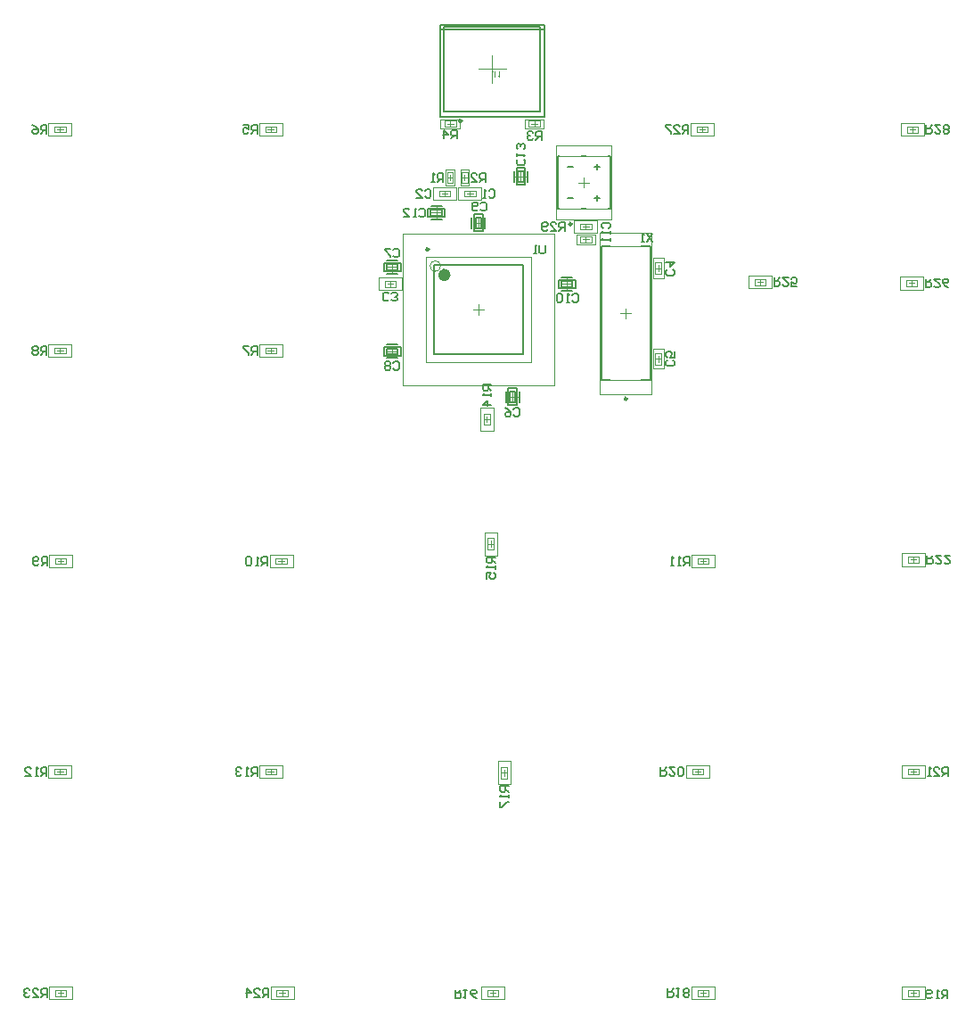
<source format=gbo>
G04*
G04 #@! TF.GenerationSoftware,Altium Limited,Altium Designer,20.2.4 (192)*
G04*
G04 Layer_Color=32896*
%FSLAX25Y25*%
%MOIN*%
G70*
G04*
G04 #@! TF.SameCoordinates,1DD117FB-4894-4434-94E6-58AE3DA5C218*
G04*
G04*
G04 #@! TF.FilePolarity,Positive*
G04*
G01*
G75*
%ADD10C,0.00394*%
%ADD11C,0.00197*%
%ADD12C,0.00787*%
%ADD13C,0.00600*%
%ADD49C,0.00984*%
%ADD50C,0.02362*%
G36*
X205726Y381364D02*
X205526D01*
X205489Y381425D01*
X205450Y381484D01*
X205402Y381542D01*
X205359Y381593D01*
X205315Y381637D01*
X205282Y381673D01*
X205268Y381684D01*
X205257Y381695D01*
X205253Y381698D01*
X205249Y381702D01*
X205173Y381764D01*
X205096Y381822D01*
X205024Y381873D01*
X204951Y381913D01*
X204889Y381950D01*
X204863Y381964D01*
X204842Y381975D01*
X204823Y381986D01*
X204809Y381990D01*
X204802Y381997D01*
X204798D01*
Y382295D01*
X204853Y382274D01*
X204907Y382248D01*
X204962Y382223D01*
X205013Y382197D01*
X205056Y382175D01*
X205093Y382157D01*
X205115Y382142D01*
X205118Y382139D01*
X205122D01*
X205187Y382099D01*
X205246Y382059D01*
X205297Y382022D01*
X205337Y381990D01*
X205373Y381964D01*
X205395Y381942D01*
X205413Y381928D01*
X205417Y381924D01*
Y383893D01*
X205726D01*
Y381364D01*
D02*
G37*
G36*
X203513Y383933D02*
X203586Y383923D01*
X203651Y383908D01*
X203710Y383890D01*
X203757Y383875D01*
X203790Y383861D01*
X203812Y383850D01*
X203819Y383846D01*
X203877Y383810D01*
X203928Y383766D01*
X203968Y383722D01*
X204004Y383682D01*
X204030Y383642D01*
X204048Y383613D01*
X204059Y383591D01*
X204063Y383588D01*
Y383584D01*
X204088Y383511D01*
X204110Y383435D01*
X204124Y383351D01*
X204132Y383271D01*
X204139Y383202D01*
Y383173D01*
X204143Y383143D01*
Y383122D01*
Y383107D01*
Y383096D01*
Y383093D01*
Y381375D01*
X203808D01*
Y383111D01*
Y383187D01*
X203801Y383253D01*
X203797Y383307D01*
X203790Y383351D01*
X203782Y383384D01*
X203779Y383409D01*
X203771Y383424D01*
Y383428D01*
X203757Y383464D01*
X203739Y383493D01*
X203717Y383519D01*
X203699Y383544D01*
X203677Y383559D01*
X203662Y383573D01*
X203651Y383580D01*
X203648Y383584D01*
X203611Y383602D01*
X203575Y383617D01*
X203538Y383624D01*
X203506Y383631D01*
X203473Y383635D01*
X203451Y383639D01*
X203429D01*
X203371Y383635D01*
X203316Y383620D01*
X203273Y383606D01*
X203233Y383584D01*
X203204Y383566D01*
X203182Y383548D01*
X203167Y383537D01*
X203164Y383533D01*
X203145Y383511D01*
X203131Y383486D01*
X203109Y383428D01*
X203087Y383362D01*
X203076Y383296D01*
X203065Y383235D01*
Y383209D01*
X203062Y383187D01*
X203058Y383165D01*
Y383151D01*
Y383143D01*
Y383140D01*
X202756Y383184D01*
Y383253D01*
X202760Y383315D01*
X202770Y383377D01*
X202778Y383431D01*
X202792Y383482D01*
X202807Y383526D01*
X202821Y383569D01*
X202836Y383606D01*
X202854Y383639D01*
X202869Y383668D01*
X202883Y383693D01*
X202898Y383711D01*
X202909Y383726D01*
X202916Y383740D01*
X202920Y383744D01*
X202923Y383748D01*
X202960Y383781D01*
X202996Y383810D01*
X203036Y383835D01*
X203080Y383857D01*
X203164Y383890D01*
X203244Y383912D01*
X203320Y383926D01*
X203349Y383930D01*
X203378Y383933D01*
X203400Y383937D01*
X203433D01*
X203513Y383933D01*
D02*
G37*
D10*
X183465Y311024D02*
G03*
X183465Y311024I-1969J0D01*
G01*
X300959Y306114D02*
X305093D01*
X300959Y303948D02*
X305093D01*
Y306114D01*
X300959Y303948D02*
Y306114D01*
X203306Y205177D02*
Y209311D01*
X201140Y205177D02*
Y209311D01*
Y205177D02*
X203306D01*
X201140Y209311D02*
X203306D01*
X199709Y255790D02*
X201875D01*
X199709Y251656D02*
X201875D01*
X199709D02*
Y255790D01*
X201875Y251656D02*
Y255790D01*
X243504Y318307D02*
X262008D01*
X243504Y268307D02*
X262008D01*
Y318307D01*
X243504Y268307D02*
Y318307D01*
X277658Y120965D02*
X281791D01*
X277658Y123130D02*
X281791D01*
X277658Y120965D02*
Y123130D01*
X281791Y120965D02*
Y123130D01*
X279626Y38287D02*
X283760D01*
X279626Y40453D02*
X283760D01*
X279626Y38287D02*
Y40453D01*
X283760Y38287D02*
Y40453D01*
X200886Y38287D02*
X205020D01*
X200886Y40453D02*
X205020D01*
X200886Y38287D02*
Y40453D01*
X205020Y38287D02*
Y40453D01*
X279232Y361122D02*
X283366D01*
X279232Y363287D02*
X283366D01*
X279232Y361122D02*
Y363287D01*
X283366Y361122D02*
Y363287D01*
X39272Y38287D02*
X43406D01*
X39272Y40453D02*
X43406D01*
X39272Y38287D02*
Y40453D01*
X43406Y38287D02*
Y40453D01*
X39075Y120965D02*
X43209D01*
X39075Y123130D02*
X43209D01*
X39075Y120965D02*
Y123130D01*
X43209Y120965D02*
Y123130D01*
X121752Y199705D02*
X125886D01*
X121752Y201870D02*
X125886D01*
X121752Y199705D02*
Y201870D01*
X125886Y199705D02*
Y201870D01*
X39075Y278445D02*
X43209D01*
X39075Y280610D02*
X43209D01*
X39075Y278445D02*
Y280610D01*
X43209Y278445D02*
Y280610D01*
X117815Y361122D02*
X121949D01*
X117815Y363287D02*
X121949D01*
X117815Y361122D02*
Y363287D01*
X121949Y361122D02*
Y363287D01*
X216339Y362992D02*
Y365354D01*
X220669Y362992D02*
Y365354D01*
X216339Y362992D02*
X220669D01*
X216339Y365354D02*
X220669D01*
X263779Y278543D02*
X266142D01*
X263779Y274213D02*
X266142D01*
X263779D02*
Y278543D01*
X266142Y274213D02*
Y278543D01*
X235728Y319941D02*
X239862D01*
X235728Y322106D02*
X239862D01*
X235728Y319941D02*
Y322106D01*
X239862Y319941D02*
Y322106D01*
X185886Y341988D02*
X188051D01*
X185886Y346122D02*
X188051D01*
Y341988D02*
Y346122D01*
X185886Y341988D02*
Y346122D01*
X235728Y326831D02*
X239862D01*
X235728Y324665D02*
X239862D01*
Y326831D01*
X235728Y324665D02*
Y326831D01*
X182933Y337067D02*
X187067D01*
X182933Y339232D02*
X187067D01*
X182933Y337067D02*
Y339232D01*
X187067Y337067D02*
Y339232D01*
X177953Y314567D02*
X217323D01*
X177953Y275197D02*
X217323D01*
X177953D02*
Y314567D01*
X217323Y275197D02*
Y314567D01*
X227165Y332441D02*
X246850D01*
X227165Y352126D02*
X246850D01*
Y332441D02*
Y352126D01*
X227165Y332441D02*
Y352126D01*
X358169Y123130D02*
X362303D01*
X358169Y120965D02*
X362303D01*
Y123130D01*
X358169Y120965D02*
Y123130D01*
Y40453D02*
X362303D01*
X358169Y38287D02*
X362303D01*
Y40453D01*
X358169Y38287D02*
Y40453D01*
X357893Y363115D02*
X362027D01*
X357893Y360949D02*
X362027D01*
Y363115D01*
X357893Y360949D02*
Y363115D01*
X357601Y305737D02*
X361735D01*
X357601Y303571D02*
X361735D01*
Y305737D01*
X357601Y303571D02*
Y305737D01*
X208307Y119622D02*
Y123756D01*
X206142Y119622D02*
Y123756D01*
Y119622D02*
X208307D01*
X206142Y123756D02*
X208307D01*
X122146Y38287D02*
X126279D01*
X122146Y40453D02*
X126279D01*
X122146Y38287D02*
Y40453D01*
X126279Y38287D02*
Y40453D01*
X117815Y120965D02*
X121949D01*
X117815Y123130D02*
X121949D01*
X117815Y120965D02*
Y123130D01*
X121949Y120965D02*
Y123130D01*
X39272Y199705D02*
X43406D01*
X39272Y201870D02*
X43406D01*
X39272Y199705D02*
Y201870D01*
X43406Y199705D02*
Y201870D01*
X117815Y278445D02*
X121949D01*
X117815Y280610D02*
X121949D01*
X117815Y278445D02*
Y280610D01*
X121949Y278445D02*
Y280610D01*
X39075Y361122D02*
X43209D01*
X39075Y363287D02*
X43209D01*
X39075Y361122D02*
Y363287D01*
X43209Y361122D02*
Y363287D01*
X279626Y199705D02*
X283760D01*
X279626Y201870D02*
X283760D01*
X279626Y199705D02*
Y201870D01*
X283760Y199705D02*
Y201870D01*
X189173Y362992D02*
Y365354D01*
X184843Y362992D02*
Y365354D01*
X189173D01*
X184843Y362992D02*
X189173D01*
X162500Y303248D02*
Y305413D01*
X166634Y303248D02*
Y305413D01*
X162500Y303248D02*
X166634D01*
X162500Y305413D02*
X166634D01*
X191398Y341988D02*
Y346122D01*
X193563Y341988D02*
Y346122D01*
X191398D02*
X193563D01*
X191398Y341988D02*
X193563D01*
X263779Y308071D02*
X266142D01*
X263779Y312402D02*
X266142D01*
Y308071D02*
Y312402D01*
X263779Y308071D02*
Y312402D01*
X358210Y200215D02*
Y202381D01*
X362343Y200215D02*
Y202381D01*
X358210Y200215D02*
X362343D01*
X358210Y202381D02*
X362343D01*
X192382Y337067D02*
X196516D01*
X192382Y339232D02*
X196516D01*
X192382Y337067D02*
Y339232D01*
X196516Y337067D02*
Y339232D01*
X252756Y291339D02*
Y295276D01*
X250787Y293307D02*
X254724D01*
X217323Y364173D02*
X219685D01*
X218504Y362992D02*
Y365354D01*
X264961Y275197D02*
Y277559D01*
X263779Y276378D02*
X266142D01*
X237795Y319941D02*
Y322106D01*
X236713Y321024D02*
X238878D01*
X186969Y342972D02*
Y345138D01*
X185886Y344055D02*
X188051D01*
X237795Y324665D02*
Y326831D01*
X236713Y325748D02*
X238878D01*
X185000Y337067D02*
Y339232D01*
X183917Y338150D02*
X186083D01*
X197638Y292913D02*
Y296850D01*
X195669Y294882D02*
X199606D01*
X235039Y342284D02*
X238976D01*
X237008Y340315D02*
Y344252D01*
X185827Y364173D02*
X188189D01*
X187008Y362992D02*
Y365354D01*
X163484Y304331D02*
X165650D01*
X164567Y303248D02*
Y305413D01*
X191398Y344055D02*
X193563D01*
X192480Y342972D02*
Y345138D01*
X264961Y309055D02*
Y311417D01*
X263779Y310236D02*
X266142D01*
X194449Y337067D02*
Y339232D01*
X193366Y338150D02*
X195531D01*
X197642Y384646D02*
X207870D01*
X202756Y379532D02*
Y389760D01*
X211446Y344529D02*
X215384D01*
X213415Y342561D02*
Y346498D01*
X181876Y329050D02*
Y332987D01*
X179907Y331019D02*
X183844D01*
X197638Y325197D02*
Y329134D01*
X195669Y327165D02*
X199606D01*
X163386Y310630D02*
X167323D01*
X165354Y308661D02*
Y312598D01*
X228740Y304331D02*
X232677D01*
X230709Y302362D02*
Y306299D01*
X163386Y279134D02*
X167323D01*
X165354Y277165D02*
Y281102D01*
X210386Y260189D02*
Y264126D01*
X208418Y262158D02*
X212354D01*
D11*
X303026Y303948D02*
Y306114D01*
X301943Y305031D02*
X304108D01*
X298695Y307393D02*
X307356D01*
X298695Y302669D02*
X307356D01*
Y307393D01*
X298695Y302669D02*
Y307393D01*
X201140Y207244D02*
X203306D01*
X202223Y206161D02*
Y208326D01*
X204585Y202913D02*
Y211574D01*
X199861Y202913D02*
Y211574D01*
Y202913D02*
X204585D01*
X199861Y211574D02*
X204585D01*
X198430Y258054D02*
X203154D01*
X198430Y249392D02*
X203154D01*
X198430D02*
Y258054D01*
X203154Y249392D02*
Y258054D01*
X200792Y252640D02*
Y254806D01*
X199709Y253723D02*
X201875D01*
X243110Y263189D02*
Y323425D01*
X262402Y263189D02*
Y323425D01*
X243110Y263189D02*
X262402D01*
X243110Y323425D02*
X262402D01*
X279724Y120965D02*
Y123130D01*
X278642Y122047D02*
X280807D01*
X275394Y119685D02*
X284055D01*
X275394Y124409D02*
X284055D01*
X275394Y119685D02*
Y124409D01*
X284055Y119685D02*
Y124409D01*
X281693Y38287D02*
Y40453D01*
X280610Y39370D02*
X282776D01*
X277362Y37008D02*
X286024D01*
X277362Y41732D02*
X286024D01*
X277362Y37008D02*
Y41732D01*
X286024Y37008D02*
Y41732D01*
X202953Y38287D02*
Y40453D01*
X201870Y39370D02*
X204035D01*
X198622Y37008D02*
X207283D01*
X198622Y41732D02*
X207283D01*
X198622Y37008D02*
Y41732D01*
X207283Y37008D02*
Y41732D01*
X281299Y361122D02*
Y363287D01*
X280217Y362205D02*
X282382D01*
X276969Y359842D02*
X285630D01*
X276969Y364567D02*
X285630D01*
X276969Y359842D02*
Y364567D01*
X285630Y359842D02*
Y364567D01*
X41339Y38287D02*
Y40453D01*
X40256Y39370D02*
X42421D01*
X37008Y37008D02*
X45669D01*
X37008Y41732D02*
X45669D01*
X37008Y37008D02*
Y41732D01*
X45669Y37008D02*
Y41732D01*
X41142Y120965D02*
Y123130D01*
X40059Y122047D02*
X42224D01*
X36811Y119685D02*
X45472D01*
X36811Y124409D02*
X45472D01*
X36811Y119685D02*
Y124409D01*
X45472Y119685D02*
Y124409D01*
X123819Y199705D02*
Y201870D01*
X122736Y200787D02*
X124902D01*
X119488Y198425D02*
X128150D01*
X119488Y203150D02*
X128150D01*
X119488Y198425D02*
Y203150D01*
X128150Y198425D02*
Y203150D01*
X41142Y278445D02*
Y280610D01*
X40059Y279528D02*
X42224D01*
X36811Y277165D02*
X45472D01*
X36811Y281890D02*
X45472D01*
X36811Y277165D02*
Y281890D01*
X45472Y277165D02*
Y281890D01*
X119882Y361122D02*
Y363287D01*
X118799Y362205D02*
X120965D01*
X115551Y359842D02*
X124213D01*
X115551Y364567D02*
X124213D01*
X115551Y359842D02*
Y364567D01*
X124213Y359842D02*
Y364567D01*
X214961Y362402D02*
Y365945D01*
X222047Y362402D02*
Y365945D01*
X214961Y362402D02*
X222047D01*
X214961Y365945D02*
X222047D01*
X262992Y280118D02*
X266929D01*
X262992Y272638D02*
X266929D01*
X262992D02*
Y280118D01*
X266929Y272638D02*
Y280118D01*
X234252Y319252D02*
X241339D01*
X234252Y322795D02*
X241339D01*
X234252Y319252D02*
Y322795D01*
X241339Y319252D02*
Y322795D01*
X185394Y341102D02*
X188543D01*
X185394Y347008D02*
X188543D01*
Y341102D02*
Y347008D01*
X185394Y341102D02*
Y347008D01*
X233465Y328110D02*
X242126D01*
X233465Y323386D02*
X242126D01*
Y328110D01*
X233465Y323386D02*
Y328110D01*
X180669Y335787D02*
X189331D01*
X180669Y340512D02*
X189331D01*
X180669Y335787D02*
Y340512D01*
X189331Y335787D02*
Y340512D01*
X169291Y323228D02*
X225984D01*
X169291Y266535D02*
X225984D01*
X169291D02*
Y323228D01*
X225984Y266535D02*
Y323228D01*
X226772Y328563D02*
X247244D01*
X226772D02*
Y356004D01*
X247244Y328563D02*
Y356004D01*
X226772D02*
X247244D01*
X360236Y120965D02*
Y123130D01*
X359154Y122047D02*
X361319D01*
X355906Y124409D02*
X364567D01*
X355906Y119685D02*
X364567D01*
Y124409D01*
X355906Y119685D02*
Y124409D01*
X360236Y38287D02*
Y40453D01*
X359154Y39370D02*
X361319D01*
X355906Y41732D02*
X364567D01*
X355906Y37008D02*
X364567D01*
Y41732D01*
X355906Y37008D02*
Y41732D01*
X359960Y360949D02*
Y363115D01*
X358877Y362032D02*
X361043D01*
X355629Y364394D02*
X364291D01*
X355629Y359670D02*
X364291D01*
Y364394D01*
X355629Y359670D02*
Y364394D01*
X359668Y303571D02*
Y305737D01*
X358585Y304654D02*
X360751D01*
X355337Y307016D02*
X363999D01*
X355337Y302292D02*
X363999D01*
Y307016D01*
X355337Y302292D02*
Y307016D01*
X206142Y121689D02*
X208307D01*
X207224Y120606D02*
Y122772D01*
X209587Y117358D02*
Y126020D01*
X204862Y117358D02*
Y126020D01*
Y117358D02*
X209587D01*
X204862Y126020D02*
X209587D01*
X124213Y38287D02*
Y40453D01*
X123130Y39370D02*
X125295D01*
X119882Y37008D02*
X128543D01*
X119882Y41732D02*
X128543D01*
X119882Y37008D02*
Y41732D01*
X128543Y37008D02*
Y41732D01*
X119882Y120965D02*
Y123130D01*
X118799Y122047D02*
X120965D01*
X115551Y119685D02*
X124213D01*
X115551Y124409D02*
X124213D01*
X115551Y119685D02*
Y124409D01*
X124213Y119685D02*
Y124409D01*
X41339Y199705D02*
Y201870D01*
X40256Y200787D02*
X42421D01*
X37008Y198425D02*
X45669D01*
X37008Y203150D02*
X45669D01*
X37008Y198425D02*
Y203150D01*
X45669Y198425D02*
Y203150D01*
X119882Y278445D02*
Y280610D01*
X118799Y279528D02*
X120965D01*
X115551Y277165D02*
X124213D01*
X115551Y281890D02*
X124213D01*
X115551Y277165D02*
Y281890D01*
X124213Y277165D02*
Y281890D01*
X41142Y361122D02*
Y363287D01*
X40059Y362205D02*
X42224D01*
X36811Y359842D02*
X45472D01*
X36811Y364567D02*
X45472D01*
X36811Y359842D02*
Y364567D01*
X45472Y359842D02*
Y364567D01*
X281693Y199705D02*
Y201870D01*
X280610Y200787D02*
X282776D01*
X277362Y198425D02*
X286024D01*
X277362Y203150D02*
X286024D01*
X277362Y198425D02*
Y203150D01*
X286024Y198425D02*
Y203150D01*
X190551Y362402D02*
Y365945D01*
X183465Y362402D02*
Y365945D01*
X190551D01*
X183465Y362402D02*
X190551D01*
X160236Y301969D02*
Y306693D01*
X168898Y301969D02*
Y306693D01*
X160236Y301969D02*
X168898D01*
X160236Y306693D02*
X168898D01*
X190905Y341102D02*
Y347008D01*
X194055Y341102D02*
Y347008D01*
X190905D02*
X194055D01*
X190905Y341102D02*
X194055D01*
X262992Y306496D02*
X266929D01*
X262992Y313976D02*
X266929D01*
Y306496D02*
Y313976D01*
X262992Y306496D02*
Y313976D01*
X355946Y198936D02*
Y203660D01*
X364607Y198936D02*
Y203660D01*
X355946Y198936D02*
X364607D01*
X355946Y203660D02*
X364607D01*
X359194Y201298D02*
X361359D01*
X360277Y200215D02*
Y202381D01*
X190118Y335787D02*
X198779D01*
X190118Y340512D02*
X198779D01*
X190118Y335787D02*
Y340512D01*
X198779Y335787D02*
Y340512D01*
D12*
X184764Y377165D02*
Y385827D01*
X220748Y377165D02*
Y385827D01*
X210915Y342561D02*
Y346498D01*
X215915Y342561D02*
Y346498D01*
X179907Y328519D02*
X183844D01*
X179907Y333519D02*
X183844D01*
X258465Y268307D02*
X262008D01*
X243504D02*
X247047D01*
X243504Y318307D02*
X247047D01*
X258465D02*
X262008D01*
X243504Y268307D02*
Y318307D01*
X262008Y268307D02*
Y318307D01*
X200138Y325197D02*
Y329134D01*
X195138Y325197D02*
Y329134D01*
X163386Y313130D02*
X167323D01*
X163386Y308130D02*
X167323D01*
X180905Y311614D02*
X214370D01*
X180905Y278150D02*
X214370D01*
X180905D02*
Y311614D01*
X214370Y278150D02*
Y311614D01*
X227165Y332441D02*
X227933D01*
X227165D02*
Y352126D01*
X227933D01*
X246083D02*
X246850D01*
Y332441D02*
Y352126D01*
X246083Y332441D02*
X246850D01*
X236083D02*
X237933D01*
X236083Y352126D02*
X237933D01*
X231083Y336457D02*
X232933D01*
X241083D02*
X242933D01*
X242008Y335531D02*
Y337382D01*
Y347185D02*
Y349035D01*
X241083Y348110D02*
X242933D01*
X231083D02*
X232933D01*
X228740Y301831D02*
X232677D01*
X228740Y306831D02*
X232677D01*
X163386Y281634D02*
X167323D01*
X163386Y276634D02*
X167323D01*
X207886Y260189D02*
Y264126D01*
X212886Y260189D02*
Y264126D01*
X183189Y366890D02*
X222323D01*
Y400984D01*
X183189D02*
X222323D01*
X183189Y366890D02*
Y400984D01*
X211840Y341380D02*
X214990D01*
X211840D02*
Y347679D01*
X214990D01*
Y341380D02*
Y347679D01*
X185025Y329444D02*
Y332594D01*
X178726Y329444D02*
X185025D01*
X178726D02*
Y332594D01*
X185025D01*
X199213Y324016D02*
Y330315D01*
X196063D02*
X199213D01*
X196063Y324016D02*
Y330315D01*
Y324016D02*
X199213D01*
X162205Y312205D02*
X168504D01*
X162205Y309055D02*
Y312205D01*
Y309055D02*
X168504D01*
Y312205D01*
X227559Y302756D02*
X233858D01*
Y305906D01*
X227559D02*
X233858D01*
X227559Y302756D02*
Y305906D01*
X162205Y280709D02*
X168504D01*
X162205Y277559D02*
Y280709D01*
Y277559D02*
X168504D01*
Y280709D01*
X208811Y259008D02*
Y265307D01*
Y259008D02*
X211961D01*
Y265307D01*
X208811D02*
X211961D01*
X183189Y366890D02*
X222323D01*
Y400984D01*
X183189D02*
X222323D01*
X183189Y366890D02*
Y400984D01*
X211840Y341380D02*
X214990D01*
X211840D02*
Y347679D01*
X214990D01*
Y341380D02*
Y347679D01*
X185025Y329444D02*
Y332594D01*
X178726Y329444D02*
X185025D01*
X178726D02*
Y332594D01*
X185025D01*
X199213Y324016D02*
Y330315D01*
X196063D02*
X199213D01*
X196063Y324016D02*
Y330315D01*
Y324016D02*
X199213D01*
X162205Y312205D02*
X168504D01*
X162205Y309055D02*
Y312205D01*
Y309055D02*
X168504D01*
Y312205D01*
X227559Y302756D02*
X233858D01*
Y305906D01*
X227559D02*
X233858D01*
X227559Y302756D02*
Y305906D01*
X162205Y280709D02*
X168504D01*
X162205Y277559D02*
Y280709D01*
Y277559D02*
X168504D01*
Y280709D01*
X208811Y259008D02*
Y265307D01*
Y259008D02*
X211961D01*
Y265307D01*
X208811D02*
X211961D01*
X184764Y368701D02*
X220748D01*
Y400591D01*
X184764D02*
X220748D01*
X184764Y368701D02*
Y400591D01*
X183189Y399488D02*
X222323D01*
X212332Y342462D02*
X214498D01*
X212332D02*
Y346596D01*
X214498D01*
Y342462D02*
Y346596D01*
X183943Y329936D02*
Y332102D01*
X179809Y329936D02*
X183943D01*
X179809D02*
Y332102D01*
X183943D01*
X198721Y325098D02*
Y329232D01*
X196555D02*
X198721D01*
X196555Y325098D02*
Y329232D01*
Y325098D02*
X198721D01*
X163287Y311713D02*
X167421D01*
X163287Y309547D02*
Y311713D01*
Y309547D02*
X167421D01*
Y311713D01*
X228642Y303248D02*
X232776D01*
Y305413D01*
X228642D02*
X232776D01*
X228642Y303248D02*
Y305413D01*
X163287Y280217D02*
X167421D01*
X163287Y278051D02*
Y280217D01*
Y278051D02*
X167421D01*
Y280217D01*
X209303Y260091D02*
Y264225D01*
Y260091D02*
X211469D01*
Y264225D01*
X209303D02*
X211469D01*
D13*
X262763Y323253D02*
X260630Y320054D01*
Y323253D02*
X262763Y320054D01*
X259564D02*
X258497D01*
X259030D01*
Y323253D01*
X259564Y322720D01*
X214481Y350931D02*
X215015Y350398D01*
Y349332D01*
X214481Y348798D01*
X212349D01*
X211816Y349332D01*
Y350398D01*
X212349Y350931D01*
X211816Y351997D02*
Y353064D01*
Y352531D01*
X215015D01*
X214481Y351997D01*
Y354663D02*
X215015Y355196D01*
Y356263D01*
X214481Y356796D01*
X213948D01*
X213415Y356263D01*
Y355730D01*
Y356263D01*
X212882Y356796D01*
X212349D01*
X211816Y356263D01*
Y355196D01*
X212349Y354663D01*
X175474Y332085D02*
X176007Y332618D01*
X177074D01*
X177607Y332085D01*
Y329953D01*
X177074Y329419D01*
X176007D01*
X175474Y329953D01*
X174408Y329419D02*
X173341D01*
X173874D01*
Y332618D01*
X174408Y332085D01*
X169609Y329419D02*
X171742D01*
X169609Y331552D01*
Y332085D01*
X170142Y332618D01*
X171209D01*
X171742Y332085D01*
X222605Y318922D02*
Y316256D01*
X222072Y315723D01*
X221006D01*
X220472Y316256D01*
Y318922D01*
X219406Y315723D02*
X218340D01*
X218873D01*
Y318922D01*
X219406Y318389D01*
X229908Y324238D02*
Y327437D01*
X228308D01*
X227775Y326904D01*
Y325837D01*
X228308Y325304D01*
X229908D01*
X228841D02*
X227775Y324238D01*
X224576D02*
X226709D01*
X224576Y326371D01*
Y326904D01*
X225109Y327437D01*
X226176D01*
X226709Y326904D01*
X223510Y324771D02*
X222977Y324238D01*
X221910D01*
X221377Y324771D01*
Y326904D01*
X221910Y327437D01*
X222977D01*
X223510Y326904D01*
Y326371D01*
X222977Y325837D01*
X221377D01*
X365143Y363631D02*
Y360432D01*
X366743D01*
X367276Y360966D01*
Y362032D01*
X366743Y362565D01*
X365143D01*
X366210D02*
X367276Y363631D01*
X370475D02*
X368342D01*
X370475Y361499D01*
Y360966D01*
X369942Y360432D01*
X368876D01*
X368342Y360966D01*
X371541D02*
X372075Y360432D01*
X373141D01*
X373674Y360966D01*
Y361499D01*
X373141Y362032D01*
X373674Y362565D01*
Y363098D01*
X373141Y363631D01*
X372075D01*
X371541Y363098D01*
Y362565D01*
X372075Y362032D01*
X371541Y361499D01*
Y360966D01*
X372075Y362032D02*
X373141D01*
X276116Y360605D02*
Y363804D01*
X274516D01*
X273983Y363271D01*
Y362205D01*
X274516Y361672D01*
X276116D01*
X275049D02*
X273983Y360605D01*
X270784D02*
X272917D01*
X270784Y362738D01*
Y363271D01*
X271317Y363804D01*
X272384D01*
X272917Y363271D01*
X269718Y363804D02*
X267585D01*
Y363271D01*
X269718Y361138D01*
Y360605D01*
X364852Y306253D02*
Y303054D01*
X366451D01*
X366984Y303588D01*
Y304654D01*
X366451Y305187D01*
X364852D01*
X365918D02*
X366984Y306253D01*
X370183D02*
X368051D01*
X370183Y304121D01*
Y303588D01*
X369650Y303054D01*
X368584D01*
X368051Y303588D01*
X373382Y303054D02*
X372316Y303588D01*
X371250Y304654D01*
Y305720D01*
X371783Y306253D01*
X372849D01*
X373382Y305720D01*
Y305187D01*
X372849Y304654D01*
X371250D01*
X308209Y306630D02*
Y303432D01*
X309809D01*
X310342Y303965D01*
Y305031D01*
X309809Y305564D01*
X308209D01*
X309276D02*
X310342Y306630D01*
X313541D02*
X311408D01*
X313541Y304498D01*
Y303965D01*
X313008Y303432D01*
X311941D01*
X311408Y303965D01*
X316740Y303432D02*
X314607D01*
Y305031D01*
X315673Y304498D01*
X316207D01*
X316740Y305031D01*
Y306097D01*
X316207Y306630D01*
X315140D01*
X314607Y306097D01*
X119029Y37771D02*
Y40970D01*
X117430D01*
X116896Y40436D01*
Y39370D01*
X117430Y38837D01*
X119029D01*
X117963D02*
X116896Y37771D01*
X113698D02*
X115830D01*
X113698Y39903D01*
Y40436D01*
X114231Y40970D01*
X115297D01*
X115830Y40436D01*
X111032Y37771D02*
Y40970D01*
X112631Y39370D01*
X110498D01*
X36155Y37771D02*
Y40970D01*
X34556D01*
X34022Y40436D01*
Y39370D01*
X34556Y38837D01*
X36155D01*
X35089D02*
X34022Y37771D01*
X30823D02*
X32956D01*
X30823Y39903D01*
Y40436D01*
X31357Y40970D01*
X32423D01*
X32956Y40436D01*
X29757D02*
X29224Y40970D01*
X28158D01*
X27624Y40436D01*
Y39903D01*
X28158Y39370D01*
X28691D01*
X28158D01*
X27624Y38837D01*
Y38304D01*
X28158Y37771D01*
X29224D01*
X29757Y38304D01*
X365460Y202898D02*
Y199699D01*
X367059D01*
X367593Y200232D01*
Y201298D01*
X367059Y201831D01*
X365460D01*
X366526D02*
X367593Y202898D01*
X370792D02*
X368659D01*
X370792Y200765D01*
Y200232D01*
X370258Y199699D01*
X369192D01*
X368659Y200232D01*
X373991Y202898D02*
X371858D01*
X373991Y200765D01*
Y200232D01*
X373457Y199699D01*
X372391D01*
X371858Y200232D01*
X373220Y120448D02*
Y123647D01*
X371621D01*
X371088Y123114D01*
Y122047D01*
X371621Y121514D01*
X373220D01*
X372154D02*
X371088Y120448D01*
X367889D02*
X370021D01*
X367889Y122580D01*
Y123114D01*
X368422Y123647D01*
X369488D01*
X370021Y123114D01*
X366822Y120448D02*
X365756D01*
X366289D01*
Y123647D01*
X366822Y123114D01*
X265813Y123647D02*
Y120448D01*
X267413D01*
X267946Y120981D01*
Y122047D01*
X267413Y122580D01*
X265813D01*
X266880D02*
X267946Y123647D01*
X271145D02*
X269012D01*
X271145Y121514D01*
Y120981D01*
X270612Y120448D01*
X269546D01*
X269012Y120981D01*
X272211D02*
X272745Y120448D01*
X273811D01*
X274344Y120981D01*
Y123114D01*
X273811Y123647D01*
X272745D01*
X272211Y123114D01*
Y120981D01*
X373093Y37377D02*
Y40576D01*
X371494D01*
X370961Y40043D01*
Y38976D01*
X371494Y38443D01*
X373093D01*
X372027D02*
X370961Y37377D01*
X369894D02*
X368828D01*
X369361D01*
Y40576D01*
X369894Y40043D01*
X367228Y37910D02*
X366695Y37377D01*
X365629D01*
X365096Y37910D01*
Y40043D01*
X365629Y40576D01*
X366695D01*
X367228Y40043D01*
Y39509D01*
X366695Y38976D01*
X365096D01*
X268442Y40970D02*
Y37771D01*
X270042D01*
X270575Y38304D01*
Y39370D01*
X270042Y39903D01*
X268442D01*
X269509D02*
X270575Y40970D01*
X271641D02*
X272708D01*
X272174D01*
Y37771D01*
X271641Y38304D01*
X274307D02*
X274840Y37771D01*
X275906D01*
X276440Y38304D01*
Y38837D01*
X275906Y39370D01*
X276440Y39903D01*
Y40436D01*
X275906Y40970D01*
X274840D01*
X274307Y40436D01*
Y39903D01*
X274840Y39370D01*
X274307Y38837D01*
Y38304D01*
X274840Y39370D02*
X275906D01*
X208824Y116633D02*
X205625D01*
Y115033D01*
X206158Y114500D01*
X207224D01*
X207757Y115033D01*
Y116633D01*
Y115566D02*
X208824Y114500D01*
Y113434D02*
Y112367D01*
Y112900D01*
X205625D01*
X206158Y113434D01*
X205625Y110768D02*
Y108635D01*
X206158D01*
X208291Y110768D01*
X208824D01*
X188915Y40576D02*
Y37377D01*
X190514D01*
X191047Y37910D01*
Y38976D01*
X190514Y39509D01*
X188915D01*
X189981D02*
X191047Y40576D01*
X192114D02*
X193180D01*
X192647D01*
Y37377D01*
X192114Y37910D01*
X196912Y37377D02*
X195846Y37910D01*
X194780Y38976D01*
Y40043D01*
X195313Y40576D01*
X196379D01*
X196912Y40043D01*
Y39509D01*
X196379Y38976D01*
X194780D01*
X203822Y202187D02*
X200623D01*
Y200588D01*
X201157Y200055D01*
X202223D01*
X202756Y200588D01*
Y202187D01*
Y201121D02*
X203822Y200055D01*
Y198988D02*
Y197922D01*
Y198455D01*
X200623D01*
X201157Y198988D01*
X200623Y194190D02*
Y196322D01*
X202223D01*
X201690Y195256D01*
Y194723D01*
X202223Y194190D01*
X203289D01*
X203822Y194723D01*
Y195789D01*
X203289Y196322D01*
X202424Y266637D02*
X199225D01*
Y265038D01*
X199759Y264505D01*
X200825D01*
X201358Y265038D01*
Y266637D01*
Y265571D02*
X202424Y264505D01*
Y263438D02*
Y262372D01*
Y262905D01*
X199225D01*
X199759Y263438D01*
X202424Y259173D02*
X199225D01*
X200825Y260772D01*
Y258640D01*
X114825Y120448D02*
Y123647D01*
X113226D01*
X112693Y123114D01*
Y122047D01*
X113226Y121514D01*
X114825D01*
X113759D02*
X112693Y120448D01*
X111627D02*
X110560D01*
X111093D01*
Y123647D01*
X111627Y123114D01*
X108961D02*
X108428Y123647D01*
X107361D01*
X106828Y123114D01*
Y122580D01*
X107361Y122047D01*
X107894D01*
X107361D01*
X106828Y121514D01*
Y120981D01*
X107361Y120448D01*
X108428D01*
X108961Y120981D01*
X36085Y120448D02*
Y123647D01*
X34486D01*
X33953Y123114D01*
Y122047D01*
X34486Y121514D01*
X36085D01*
X35019D02*
X33953Y120448D01*
X32886D02*
X31820D01*
X32353D01*
Y123647D01*
X32886Y123114D01*
X28088Y120448D02*
X30220D01*
X28088Y122580D01*
Y123114D01*
X28621Y123647D01*
X29687D01*
X30220Y123114D01*
X276497Y199188D02*
Y202387D01*
X274898D01*
X274364Y201854D01*
Y200787D01*
X274898Y200254D01*
X276497D01*
X275431D02*
X274364Y199188D01*
X273298D02*
X272232D01*
X272765D01*
Y202387D01*
X273298Y201854D01*
X270632Y199188D02*
X269566D01*
X270099D01*
Y202387D01*
X270632Y201854D01*
X118566Y199188D02*
Y202387D01*
X116966D01*
X116433Y201854D01*
Y200787D01*
X116966Y200254D01*
X118566D01*
X117499D02*
X116433Y199188D01*
X115367D02*
X114300D01*
X114833D01*
Y202387D01*
X115367Y201854D01*
X112701D02*
X112168Y202387D01*
X111101D01*
X110568Y201854D01*
Y199721D01*
X111101Y199188D01*
X112168D01*
X112701Y199721D01*
Y201854D01*
X36327Y199188D02*
Y202387D01*
X34728D01*
X34195Y201854D01*
Y200787D01*
X34728Y200254D01*
X36327D01*
X35261D02*
X34195Y199188D01*
X33128Y199721D02*
X32595Y199188D01*
X31529D01*
X30996Y199721D01*
Y201854D01*
X31529Y202387D01*
X32595D01*
X33128Y201854D01*
Y201321D01*
X32595Y200787D01*
X30996D01*
X36130Y277928D02*
Y281127D01*
X34531D01*
X33998Y280594D01*
Y279528D01*
X34531Y278994D01*
X36130D01*
X35064D02*
X33998Y277928D01*
X32931Y280594D02*
X32398Y281127D01*
X31332D01*
X30799Y280594D01*
Y280061D01*
X31332Y279528D01*
X30799Y278994D01*
Y278461D01*
X31332Y277928D01*
X32398D01*
X32931Y278461D01*
Y278994D01*
X32398Y279528D01*
X32931Y280061D01*
Y280594D01*
X32398Y279528D02*
X31332D01*
X114871Y277928D02*
Y281127D01*
X113271D01*
X112738Y280594D01*
Y279528D01*
X113271Y278994D01*
X114871D01*
X113804D02*
X112738Y277928D01*
X111672Y281127D02*
X109539D01*
Y280594D01*
X111672Y278461D01*
Y277928D01*
X36130Y360605D02*
Y363804D01*
X34531D01*
X33998Y363271D01*
Y362205D01*
X34531Y361672D01*
X36130D01*
X35064D02*
X33998Y360605D01*
X30799Y363804D02*
X31865Y363271D01*
X32931Y362205D01*
Y361138D01*
X32398Y360605D01*
X31332D01*
X30799Y361138D01*
Y361672D01*
X31332Y362205D01*
X32931D01*
X114871Y360605D02*
Y363804D01*
X113271D01*
X112738Y363271D01*
Y362205D01*
X113271Y361672D01*
X114871D01*
X113804D02*
X112738Y360605D01*
X109539Y363804D02*
X111672D01*
Y362205D01*
X110605Y362738D01*
X110072D01*
X109539Y362205D01*
Y361138D01*
X110072Y360605D01*
X111138D01*
X111672Y361138D01*
X189575Y358637D02*
Y361836D01*
X187976D01*
X187443Y361302D01*
Y360236D01*
X187976Y359703D01*
X189575D01*
X188509D02*
X187443Y358637D01*
X184777D02*
Y361836D01*
X186376Y360236D01*
X184244D01*
X221268Y358243D02*
Y361442D01*
X219669D01*
X219135Y360909D01*
Y359842D01*
X219669Y359309D01*
X221268D01*
X220202D02*
X219135Y358243D01*
X218069Y360909D02*
X217536Y361442D01*
X216470D01*
X215937Y360909D01*
Y360376D01*
X216470Y359842D01*
X217003D01*
X216470D01*
X215937Y359309D01*
Y358776D01*
X216470Y358243D01*
X217536D01*
X218069Y358776D01*
X200264Y342456D02*
Y345655D01*
X198665D01*
X198132Y345121D01*
Y344055D01*
X198665Y343522D01*
X200264D01*
X199198D02*
X198132Y342456D01*
X194933D02*
X197065D01*
X194933Y344588D01*
Y345121D01*
X195466Y345655D01*
X196532D01*
X197065Y345121D01*
X184377Y342456D02*
Y345655D01*
X182777D01*
X182244Y345121D01*
Y344055D01*
X182777Y343522D01*
X184377D01*
X183310D02*
X182244Y342456D01*
X181178D02*
X180111D01*
X180645D01*
Y345655D01*
X181178Y345121D01*
X244209Y325112D02*
X243676Y325646D01*
Y326712D01*
X244209Y327245D01*
X246342D01*
X246875Y326712D01*
Y325646D01*
X246342Y325112D01*
X246875Y324046D02*
Y322980D01*
Y323513D01*
X243676D01*
X244209Y324046D01*
X246875Y321380D02*
Y320314D01*
Y320847D01*
X243676D01*
X244209Y321380D01*
X270358Y275845D02*
X270891Y275312D01*
Y274245D01*
X270358Y273712D01*
X268225D01*
X267692Y274245D01*
Y275312D01*
X268225Y275845D01*
X270891Y279044D02*
Y276911D01*
X269291D01*
X269825Y277977D01*
Y278511D01*
X269291Y279044D01*
X268225D01*
X267692Y278511D01*
Y277444D01*
X268225Y276911D01*
X270358Y309703D02*
X270891Y309170D01*
Y308104D01*
X270358Y307570D01*
X268225D01*
X267692Y308104D01*
Y309170D01*
X268225Y309703D01*
X267692Y312369D02*
X270891D01*
X269291Y310769D01*
Y312902D01*
X164034Y298540D02*
X163501Y298007D01*
X162434D01*
X161901Y298540D01*
Y300673D01*
X162434Y301206D01*
X163501D01*
X164034Y300673D01*
X165100Y298540D02*
X165633Y298007D01*
X166700D01*
X167233Y298540D01*
Y299073D01*
X166700Y299606D01*
X166166D01*
X166700D01*
X167233Y300139D01*
Y300673D01*
X166700Y301206D01*
X165633D01*
X165100Y300673D01*
X177659Y339216D02*
X178192Y339749D01*
X179259D01*
X179792Y339216D01*
Y337083D01*
X179259Y336550D01*
X178192D01*
X177659Y337083D01*
X174460Y336550D02*
X176593D01*
X174460Y338683D01*
Y339216D01*
X174993Y339749D01*
X176060D01*
X176593Y339216D01*
X201535D02*
X202069Y339749D01*
X203135D01*
X203668Y339216D01*
Y337083D01*
X203135Y336550D01*
X202069D01*
X201535Y337083D01*
X200469Y336550D02*
X199403D01*
X199936D01*
Y339749D01*
X200469Y339216D01*
X198449Y334368D02*
X198982Y334901D01*
X200048D01*
X200581Y334368D01*
Y332236D01*
X200048Y331702D01*
X198982D01*
X198449Y332236D01*
X197382D02*
X196849Y331702D01*
X195783D01*
X195249Y332236D01*
Y334368D01*
X195783Y334901D01*
X196849D01*
X197382Y334368D01*
Y333835D01*
X196849Y333302D01*
X195249D01*
X165771Y317045D02*
X166304Y317579D01*
X167371D01*
X167904Y317045D01*
Y314913D01*
X167371Y314380D01*
X166304D01*
X165771Y314913D01*
X164705Y317579D02*
X162572D01*
Y317045D01*
X164705Y314913D01*
Y314380D01*
X232700Y300116D02*
X233234Y300649D01*
X234300D01*
X234833Y300116D01*
Y297984D01*
X234300Y297450D01*
X233234D01*
X232700Y297984D01*
X231634Y297450D02*
X230568D01*
X231101D01*
Y300649D01*
X231634Y300116D01*
X228968D02*
X228435Y300649D01*
X227369D01*
X226836Y300116D01*
Y297984D01*
X227369Y297450D01*
X228435D01*
X228968Y297984D01*
Y300116D01*
X165771Y274919D02*
X166304Y275452D01*
X167371D01*
X167904Y274919D01*
Y272787D01*
X167371Y272253D01*
X166304D01*
X165771Y272787D01*
X164705Y274919D02*
X164172Y275452D01*
X163105D01*
X162572Y274919D01*
Y274386D01*
X163105Y273853D01*
X162572Y273320D01*
Y272787D01*
X163105Y272253D01*
X164172D01*
X164705Y272787D01*
Y273320D01*
X164172Y273853D01*
X164705Y274386D01*
Y274919D01*
X164172Y273853D02*
X163105D01*
X210803Y257550D02*
X211336Y258083D01*
X212403D01*
X212936Y257550D01*
Y255417D01*
X212403Y254884D01*
X211336D01*
X210803Y255417D01*
X207604Y258083D02*
X208670Y257550D01*
X209737Y256483D01*
Y255417D01*
X209204Y254884D01*
X208137D01*
X207604Y255417D01*
Y255950D01*
X208137Y256483D01*
X209737D01*
D49*
X191358Y365315D02*
G03*
X191358Y365315I-492J0D01*
G01*
X253248Y261417D02*
G03*
X253248Y261417I-492J0D01*
G01*
X179035Y317323D02*
G03*
X179035Y317323I-492J0D01*
G01*
X232500Y326791D02*
G03*
X232500Y326791I-492J0D01*
G01*
D50*
X186024Y307677D02*
G03*
X186024Y307677I-1181J0D01*
G01*
M02*

</source>
